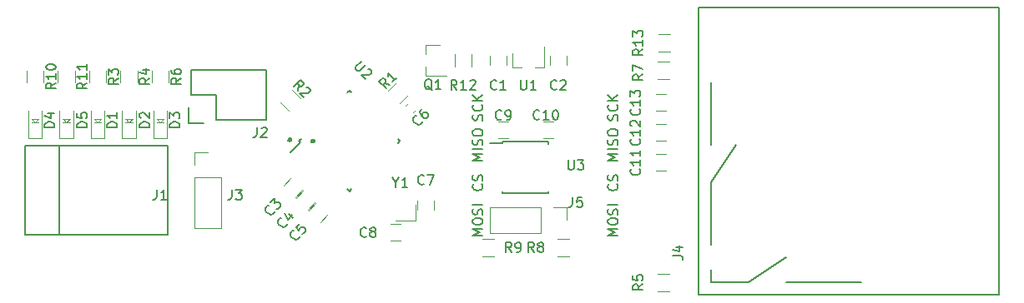
<source format=gbr>
G04 #@! TF.GenerationSoftware,KiCad,Pcbnew,5.0.0-fee4fd1~66~ubuntu14.04.1*
G04 #@! TF.CreationDate,2018-10-03T23:45:46-07:00*
G04 #@! TF.ProjectId,SD_card_dev,53445F636172645F6465762E6B696361,rev?*
G04 #@! TF.SameCoordinates,Original*
G04 #@! TF.FileFunction,Legend,Top*
G04 #@! TF.FilePolarity,Positive*
%FSLAX46Y46*%
G04 Gerber Fmt 4.6, Leading zero omitted, Abs format (unit mm)*
G04 Created by KiCad (PCBNEW 5.0.0-fee4fd1~66~ubuntu14.04.1) date Wed Oct  3 23:45:46 2018*
%MOMM*%
%LPD*%
G01*
G04 APERTURE LIST*
%ADD10C,0.120000*%
%ADD11C,0.150000*%
%ADD12C,0.100000*%
%ADD13C,0.500000*%
G04 APERTURE END LIST*
D10*
G04 #@! TO.C,C8*
X105926000Y-110070000D02*
X106926000Y-110070000D01*
X106926000Y-108370000D02*
X105926000Y-108370000D01*
D11*
G04 #@! TO.C,J1*
X72350000Y-100402000D02*
X72350000Y-109402000D01*
X68850000Y-109402000D02*
X83350000Y-109402000D01*
X83350000Y-100402000D02*
X83350000Y-109402000D01*
X68850000Y-100402000D02*
X83350000Y-100402000D01*
X68850000Y-100402000D02*
X68850000Y-109402000D01*
D10*
G04 #@! TO.C,C1*
X115990000Y-91194000D02*
X115990000Y-92194000D01*
X117690000Y-92194000D02*
X117690000Y-91194000D01*
G04 #@! TO.C,C2*
X122086000Y-91194000D02*
X122086000Y-92194000D01*
X123786000Y-92194000D02*
X123786000Y-91194000D01*
G04 #@! TO.C,C3*
X95764513Y-103693406D02*
X95057406Y-104400513D01*
X96259487Y-105602594D02*
X96966594Y-104895487D01*
G04 #@! TO.C,C4*
X97034513Y-104963406D02*
X96327406Y-105670513D01*
X97529487Y-106872594D02*
X98236594Y-106165487D01*
G04 #@! TO.C,C5*
X98304513Y-106233406D02*
X97597406Y-106940513D01*
X98799487Y-108142594D02*
X99506594Y-107435487D01*
G04 #@! TO.C,C6*
X108195522Y-96995727D02*
X108425727Y-96765522D01*
X107474273Y-96274478D02*
X107704478Y-96044273D01*
G04 #@! TO.C,C7*
X108624000Y-105926000D02*
X108624000Y-106926000D01*
X110324000Y-106926000D02*
X110324000Y-105926000D01*
G04 #@! TO.C,C9*
X116848000Y-99656000D02*
X117848000Y-99656000D01*
X117848000Y-97956000D02*
X116848000Y-97956000D01*
G04 #@! TO.C,C10*
X122420000Y-97956000D02*
X121420000Y-97956000D01*
X121420000Y-99656000D02*
X122420000Y-99656000D01*
G04 #@! TO.C,D1*
X75500000Y-99590000D02*
X75500000Y-96790000D01*
X76900000Y-99590000D02*
X76900000Y-96790000D01*
X75500000Y-99590000D02*
X76900000Y-99590000D01*
D12*
X76200000Y-97990000D02*
X75900000Y-97690000D01*
X75900000Y-97690000D02*
X75850000Y-97640000D01*
X75850000Y-97640000D02*
X76500000Y-97640000D01*
X76550000Y-97640000D02*
X76500000Y-97640000D01*
X76500000Y-97640000D02*
X76550000Y-97640000D01*
X76550000Y-97640000D02*
X76200000Y-97990000D01*
X76200000Y-97990000D02*
X75850000Y-97990000D01*
X76550000Y-97990000D02*
X76200000Y-97990000D01*
D10*
G04 #@! TO.C,D2*
X78675000Y-99590000D02*
X78675000Y-96790000D01*
X80075000Y-99590000D02*
X80075000Y-96790000D01*
X78675000Y-99590000D02*
X80075000Y-99590000D01*
D12*
X79375000Y-97990000D02*
X79075000Y-97690000D01*
X79075000Y-97690000D02*
X79025000Y-97640000D01*
X79025000Y-97640000D02*
X79675000Y-97640000D01*
X79725000Y-97640000D02*
X79675000Y-97640000D01*
X79675000Y-97640000D02*
X79725000Y-97640000D01*
X79725000Y-97640000D02*
X79375000Y-97990000D01*
X79375000Y-97990000D02*
X79025000Y-97990000D01*
X79725000Y-97990000D02*
X79375000Y-97990000D01*
D10*
G04 #@! TO.C,D3*
X81850000Y-99590000D02*
X81850000Y-96790000D01*
X83250000Y-99590000D02*
X83250000Y-96790000D01*
X81850000Y-99590000D02*
X83250000Y-99590000D01*
D12*
X82550000Y-97990000D02*
X82250000Y-97690000D01*
X82250000Y-97690000D02*
X82200000Y-97640000D01*
X82200000Y-97640000D02*
X82850000Y-97640000D01*
X82900000Y-97640000D02*
X82850000Y-97640000D01*
X82850000Y-97640000D02*
X82900000Y-97640000D01*
X82900000Y-97640000D02*
X82550000Y-97990000D01*
X82550000Y-97990000D02*
X82200000Y-97990000D01*
X82900000Y-97990000D02*
X82550000Y-97990000D01*
D10*
G04 #@! TO.C,D4*
X69150000Y-99590000D02*
X69150000Y-96790000D01*
X70550000Y-99590000D02*
X70550000Y-96790000D01*
X69150000Y-99590000D02*
X70550000Y-99590000D01*
D12*
X69850000Y-97990000D02*
X69550000Y-97690000D01*
X69550000Y-97690000D02*
X69500000Y-97640000D01*
X69500000Y-97640000D02*
X70150000Y-97640000D01*
X70200000Y-97640000D02*
X70150000Y-97640000D01*
X70150000Y-97640000D02*
X70200000Y-97640000D01*
X70200000Y-97640000D02*
X69850000Y-97990000D01*
X69850000Y-97990000D02*
X69500000Y-97990000D01*
X70200000Y-97990000D02*
X69850000Y-97990000D01*
D10*
G04 #@! TO.C,D5*
X72325000Y-99590000D02*
X72325000Y-96790000D01*
X73725000Y-99590000D02*
X73725000Y-96790000D01*
X72325000Y-99590000D02*
X73725000Y-99590000D01*
D12*
X73025000Y-97990000D02*
X72725000Y-97690000D01*
X72725000Y-97690000D02*
X72675000Y-97640000D01*
X72675000Y-97640000D02*
X73325000Y-97640000D01*
X73375000Y-97640000D02*
X73325000Y-97640000D01*
X73325000Y-97640000D02*
X73375000Y-97640000D01*
X73375000Y-97640000D02*
X73025000Y-97990000D01*
X73025000Y-97990000D02*
X72675000Y-97990000D01*
X73375000Y-97990000D02*
X73025000Y-97990000D01*
D11*
G04 #@! TO.C,J2*
X88265000Y-92710000D02*
X85725000Y-92710000D01*
X85725000Y-92710000D02*
X85725000Y-95250000D01*
X85445000Y-98070000D02*
X86995000Y-98070000D01*
X93345000Y-92710000D02*
X88265000Y-92710000D01*
X93345000Y-97790000D02*
X93345000Y-92710000D01*
X88265000Y-95250000D02*
X88265000Y-97790000D01*
X85725000Y-95250000D02*
X88265000Y-95250000D01*
X85445000Y-98070000D02*
X85445000Y-96520000D01*
X88265000Y-97790000D02*
X93345000Y-97790000D01*
D10*
G04 #@! TO.C,J3*
X86046000Y-108772000D02*
X88706000Y-108772000D01*
X86046000Y-103632000D02*
X86046000Y-108772000D01*
X88706000Y-103632000D02*
X88706000Y-108772000D01*
X86046000Y-103632000D02*
X88706000Y-103632000D01*
X86046000Y-102362000D02*
X86046000Y-101032000D01*
X86046000Y-101032000D02*
X87376000Y-101032000D01*
D11*
G04 #@! TO.C,J4*
X138430000Y-114300000D02*
X142240000Y-114300000D01*
X137160000Y-86360000D02*
X137160000Y-115570000D01*
X167640000Y-115570000D02*
X167640000Y-111760000D01*
X137160000Y-115570000D02*
X167640000Y-115570000D01*
X167640000Y-86360000D02*
X137160000Y-86360000D01*
X167640000Y-95250000D02*
X167640000Y-86360000D01*
X167640000Y-111760000D02*
X167640000Y-95250000D01*
X153670000Y-114300000D02*
X146050000Y-114300000D01*
X142240000Y-114300000D02*
X146050000Y-111760000D01*
X138430000Y-113030000D02*
X138430000Y-114300000D01*
X138430000Y-93980000D02*
X138430000Y-100330000D01*
X138430000Y-104140000D02*
X140970000Y-100330000D01*
X138430000Y-110490000D02*
X138430000Y-104140000D01*
D10*
G04 #@! TO.C,J5*
X116018000Y-106620000D02*
X116018000Y-109280000D01*
X121158000Y-106620000D02*
X116018000Y-106620000D01*
X121158000Y-109280000D02*
X116018000Y-109280000D01*
X121158000Y-106620000D02*
X121158000Y-109280000D01*
X122428000Y-106620000D02*
X123758000Y-106620000D01*
X123758000Y-106620000D02*
X123758000Y-107950000D01*
G04 #@! TO.C,Q1*
X109476000Y-90114000D02*
X110936000Y-90114000D01*
X109476000Y-93274000D02*
X111636000Y-93274000D01*
X109476000Y-93274000D02*
X109476000Y-92344000D01*
X109476000Y-90114000D02*
X109476000Y-91044000D01*
G04 #@! TO.C,R1*
X107726518Y-95193990D02*
X106877990Y-96042518D01*
X105633482Y-94798010D02*
X106482010Y-93949482D01*
G04 #@! TO.C,R2*
X95955990Y-94711482D02*
X96804518Y-95560010D01*
X95560010Y-96804518D02*
X94711482Y-95955990D01*
G04 #@! TO.C,R3*
X77080000Y-92745000D02*
X77080000Y-93945000D01*
X75320000Y-93945000D02*
X75320000Y-92745000D01*
G04 #@! TO.C,R4*
X80255000Y-92745000D02*
X80255000Y-93945000D01*
X78495000Y-93945000D02*
X78495000Y-92745000D01*
G04 #@! TO.C,R5*
X134204000Y-115180000D02*
X133004000Y-115180000D01*
X133004000Y-113420000D02*
X134204000Y-113420000D01*
G04 #@! TO.C,R6*
X83430000Y-92745000D02*
X83430000Y-93945000D01*
X81670000Y-93945000D02*
X81670000Y-92745000D01*
G04 #@! TO.C,R7*
X134204000Y-93590000D02*
X133004000Y-93590000D01*
X133004000Y-91830000D02*
X134204000Y-91830000D01*
G04 #@! TO.C,R8*
X122844000Y-109864000D02*
X124044000Y-109864000D01*
X124044000Y-111624000D02*
X122844000Y-111624000D01*
G04 #@! TO.C,R9*
X116424000Y-111624000D02*
X115224000Y-111624000D01*
X115224000Y-109864000D02*
X116424000Y-109864000D01*
G04 #@! TO.C,R10*
X70730000Y-92745000D02*
X70730000Y-93945000D01*
X68970000Y-93945000D02*
X68970000Y-92745000D01*
G04 #@! TO.C,R11*
X73905000Y-92745000D02*
X73905000Y-93945000D01*
X72145000Y-93945000D02*
X72145000Y-92745000D01*
G04 #@! TO.C,R12*
X114164000Y-91094000D02*
X114164000Y-92294000D01*
X112404000Y-92294000D02*
X112404000Y-91094000D01*
G04 #@! TO.C,R13*
X134270000Y-90796000D02*
X133070000Y-90796000D01*
X133070000Y-89036000D02*
X134270000Y-89036000D01*
G04 #@! TO.C,U1*
X118308000Y-92454000D02*
X119238000Y-92454000D01*
X121468000Y-92454000D02*
X120538000Y-92454000D01*
X121468000Y-92454000D02*
X121468000Y-90294000D01*
X118308000Y-92454000D02*
X118308000Y-90994000D01*
D11*
G04 #@! TO.C,U2*
X96785158Y-100048089D02*
X95777531Y-101055716D01*
X101752583Y-94762466D02*
X101522773Y-94992276D01*
X106879107Y-99888990D02*
X106649297Y-100118800D01*
X101752583Y-105015514D02*
X101982393Y-104785704D01*
X96626059Y-99888990D02*
X96855869Y-99659180D01*
X101752583Y-105015514D02*
X101522773Y-104785704D01*
X106879107Y-99888990D02*
X106649297Y-99659180D01*
X101752583Y-94762466D02*
X101982393Y-94992276D01*
X96626059Y-99888990D02*
X96785158Y-100048089D01*
D13*
X95714769Y-99763266D02*
G75*
G03X95714769Y-99763266I-50800J0D01*
G01*
X98049637Y-99906951D02*
G75*
G03X98049637Y-99906951I-50801J0D01*
G01*
D11*
G04 #@! TO.C,U3*
X117309000Y-99991000D02*
X117309000Y-100116000D01*
X121959000Y-99991000D02*
X121959000Y-100216000D01*
X121959000Y-105241000D02*
X121959000Y-105016000D01*
X117309000Y-105241000D02*
X117309000Y-105016000D01*
X117309000Y-99991000D02*
X121959000Y-99991000D01*
X117309000Y-105241000D02*
X121959000Y-105241000D01*
X117309000Y-100116000D02*
X115959000Y-100116000D01*
D12*
G04 #@! TO.C,Y1*
X108426000Y-108026000D02*
X108426000Y-106426000D01*
X108426000Y-108026000D02*
X106426000Y-108026000D01*
D10*
G04 #@! TO.C,C11*
X132850000Y-102958000D02*
X133850000Y-102958000D01*
X133850000Y-101258000D02*
X132850000Y-101258000D01*
G04 #@! TO.C,C12*
X133850000Y-98210000D02*
X132850000Y-98210000D01*
X132850000Y-99910000D02*
X133850000Y-99910000D01*
G04 #@! TO.C,C13*
X132850000Y-96862000D02*
X133850000Y-96862000D01*
X133850000Y-95162000D02*
X132850000Y-95162000D01*
G04 #@! TO.C,C8*
D11*
X103465333Y-109577142D02*
X103417714Y-109624761D01*
X103274857Y-109672380D01*
X103179619Y-109672380D01*
X103036761Y-109624761D01*
X102941523Y-109529523D01*
X102893904Y-109434285D01*
X102846285Y-109243809D01*
X102846285Y-109100952D01*
X102893904Y-108910476D01*
X102941523Y-108815238D01*
X103036761Y-108720000D01*
X103179619Y-108672380D01*
X103274857Y-108672380D01*
X103417714Y-108720000D01*
X103465333Y-108767619D01*
X104036761Y-109100952D02*
X103941523Y-109053333D01*
X103893904Y-109005714D01*
X103846285Y-108910476D01*
X103846285Y-108862857D01*
X103893904Y-108767619D01*
X103941523Y-108720000D01*
X104036761Y-108672380D01*
X104227238Y-108672380D01*
X104322476Y-108720000D01*
X104370095Y-108767619D01*
X104417714Y-108862857D01*
X104417714Y-108910476D01*
X104370095Y-109005714D01*
X104322476Y-109053333D01*
X104227238Y-109100952D01*
X104036761Y-109100952D01*
X103941523Y-109148571D01*
X103893904Y-109196190D01*
X103846285Y-109291428D01*
X103846285Y-109481904D01*
X103893904Y-109577142D01*
X103941523Y-109624761D01*
X104036761Y-109672380D01*
X104227238Y-109672380D01*
X104322476Y-109624761D01*
X104370095Y-109577142D01*
X104417714Y-109481904D01*
X104417714Y-109291428D01*
X104370095Y-109196190D01*
X104322476Y-109148571D01*
X104227238Y-109100952D01*
G04 #@! TO.C,J1*
X82216666Y-104854380D02*
X82216666Y-105568666D01*
X82169047Y-105711523D01*
X82073809Y-105806761D01*
X81930952Y-105854380D01*
X81835714Y-105854380D01*
X83216666Y-105854380D02*
X82645238Y-105854380D01*
X82930952Y-105854380D02*
X82930952Y-104854380D01*
X82835714Y-104997238D01*
X82740476Y-105092476D01*
X82645238Y-105140095D01*
G04 #@! TO.C,C1*
X116673333Y-94591142D02*
X116625714Y-94638761D01*
X116482857Y-94686380D01*
X116387619Y-94686380D01*
X116244761Y-94638761D01*
X116149523Y-94543523D01*
X116101904Y-94448285D01*
X116054285Y-94257809D01*
X116054285Y-94114952D01*
X116101904Y-93924476D01*
X116149523Y-93829238D01*
X116244761Y-93734000D01*
X116387619Y-93686380D01*
X116482857Y-93686380D01*
X116625714Y-93734000D01*
X116673333Y-93781619D01*
X117625714Y-94686380D02*
X117054285Y-94686380D01*
X117340000Y-94686380D02*
X117340000Y-93686380D01*
X117244761Y-93829238D01*
X117149523Y-93924476D01*
X117054285Y-93972095D01*
G04 #@! TO.C,C2*
X122769333Y-94591142D02*
X122721714Y-94638761D01*
X122578857Y-94686380D01*
X122483619Y-94686380D01*
X122340761Y-94638761D01*
X122245523Y-94543523D01*
X122197904Y-94448285D01*
X122150285Y-94257809D01*
X122150285Y-94114952D01*
X122197904Y-93924476D01*
X122245523Y-93829238D01*
X122340761Y-93734000D01*
X122483619Y-93686380D01*
X122578857Y-93686380D01*
X122721714Y-93734000D01*
X122769333Y-93781619D01*
X123150285Y-93781619D02*
X123197904Y-93734000D01*
X123293142Y-93686380D01*
X123531238Y-93686380D01*
X123626476Y-93734000D01*
X123674095Y-93781619D01*
X123721714Y-93876857D01*
X123721714Y-93972095D01*
X123674095Y-94114952D01*
X123102666Y-94686380D01*
X123721714Y-94686380D01*
G04 #@! TO.C,C3*
X94114687Y-107050389D02*
X94114687Y-107117732D01*
X94047343Y-107252419D01*
X93980000Y-107319763D01*
X93845312Y-107387106D01*
X93710625Y-107387106D01*
X93609610Y-107353435D01*
X93441251Y-107252419D01*
X93340236Y-107151404D01*
X93239221Y-106983045D01*
X93205549Y-106882030D01*
X93205549Y-106747343D01*
X93272893Y-106612656D01*
X93340236Y-106545312D01*
X93474923Y-106477969D01*
X93542267Y-106477969D01*
X93710625Y-106174923D02*
X94148358Y-105737190D01*
X94182030Y-106242267D01*
X94283045Y-106141251D01*
X94384061Y-106107580D01*
X94451404Y-106107580D01*
X94552419Y-106141251D01*
X94720778Y-106309610D01*
X94754450Y-106410625D01*
X94754450Y-106477969D01*
X94720778Y-106578984D01*
X94518748Y-106781015D01*
X94417732Y-106814687D01*
X94350389Y-106814687D01*
G04 #@! TO.C,C4*
X95384687Y-108320389D02*
X95384687Y-108387732D01*
X95317343Y-108522419D01*
X95250000Y-108589763D01*
X95115312Y-108657106D01*
X94980625Y-108657106D01*
X94879610Y-108623435D01*
X94711251Y-108522419D01*
X94610236Y-108421404D01*
X94509221Y-108253045D01*
X94475549Y-108152030D01*
X94475549Y-108017343D01*
X94542893Y-107882656D01*
X94610236Y-107815312D01*
X94744923Y-107747969D01*
X94812267Y-107747969D01*
X95586717Y-107310236D02*
X96058122Y-107781641D01*
X95148984Y-107209221D02*
X95485702Y-107882656D01*
X95923435Y-107444923D01*
G04 #@! TO.C,C5*
X96654687Y-109590389D02*
X96654687Y-109657732D01*
X96587343Y-109792419D01*
X96520000Y-109859763D01*
X96385312Y-109927106D01*
X96250625Y-109927106D01*
X96149610Y-109893435D01*
X95981251Y-109792419D01*
X95880236Y-109691404D01*
X95779221Y-109523045D01*
X95745549Y-109422030D01*
X95745549Y-109287343D01*
X95812893Y-109152656D01*
X95880236Y-109085312D01*
X96014923Y-109017969D01*
X96082267Y-109017969D01*
X96654687Y-108310862D02*
X96317969Y-108647580D01*
X96621015Y-109017969D01*
X96621015Y-108950625D01*
X96654687Y-108849610D01*
X96823045Y-108681251D01*
X96924061Y-108647580D01*
X96991404Y-108647580D01*
X97092419Y-108681251D01*
X97260778Y-108849610D01*
X97294450Y-108950625D01*
X97294450Y-109017969D01*
X97260778Y-109118984D01*
X97092419Y-109287343D01*
X96991404Y-109321015D01*
X96924061Y-109321015D01*
G04 #@! TO.C,C6*
X109100687Y-97906389D02*
X109100687Y-97973732D01*
X109033343Y-98108419D01*
X108966000Y-98175763D01*
X108831312Y-98243106D01*
X108696625Y-98243106D01*
X108595610Y-98209435D01*
X108427251Y-98108419D01*
X108326236Y-98007404D01*
X108225221Y-97839045D01*
X108191549Y-97738030D01*
X108191549Y-97603343D01*
X108258893Y-97468656D01*
X108326236Y-97401312D01*
X108460923Y-97333969D01*
X108528267Y-97333969D01*
X109067015Y-96660534D02*
X108932328Y-96795221D01*
X108898656Y-96896236D01*
X108898656Y-96963580D01*
X108932328Y-97131938D01*
X109033343Y-97300297D01*
X109302717Y-97569671D01*
X109403732Y-97603343D01*
X109471076Y-97603343D01*
X109572091Y-97569671D01*
X109706778Y-97434984D01*
X109740450Y-97333969D01*
X109740450Y-97266625D01*
X109706778Y-97165610D01*
X109538419Y-96997251D01*
X109437404Y-96963580D01*
X109370061Y-96963580D01*
X109269045Y-96997251D01*
X109134358Y-97131938D01*
X109100687Y-97232954D01*
X109100687Y-97300297D01*
X109134358Y-97401312D01*
G04 #@! TO.C,C7*
X109307333Y-104243142D02*
X109259714Y-104290761D01*
X109116857Y-104338380D01*
X109021619Y-104338380D01*
X108878761Y-104290761D01*
X108783523Y-104195523D01*
X108735904Y-104100285D01*
X108688285Y-103909809D01*
X108688285Y-103766952D01*
X108735904Y-103576476D01*
X108783523Y-103481238D01*
X108878761Y-103386000D01*
X109021619Y-103338380D01*
X109116857Y-103338380D01*
X109259714Y-103386000D01*
X109307333Y-103433619D01*
X109640666Y-103338380D02*
X110307333Y-103338380D01*
X109878761Y-104338380D01*
G04 #@! TO.C,C9*
X117181333Y-97663142D02*
X117133714Y-97710761D01*
X116990857Y-97758380D01*
X116895619Y-97758380D01*
X116752761Y-97710761D01*
X116657523Y-97615523D01*
X116609904Y-97520285D01*
X116562285Y-97329809D01*
X116562285Y-97186952D01*
X116609904Y-96996476D01*
X116657523Y-96901238D01*
X116752761Y-96806000D01*
X116895619Y-96758380D01*
X116990857Y-96758380D01*
X117133714Y-96806000D01*
X117181333Y-96853619D01*
X117657523Y-97758380D02*
X117848000Y-97758380D01*
X117943238Y-97710761D01*
X117990857Y-97663142D01*
X118086095Y-97520285D01*
X118133714Y-97329809D01*
X118133714Y-96948857D01*
X118086095Y-96853619D01*
X118038476Y-96806000D01*
X117943238Y-96758380D01*
X117752761Y-96758380D01*
X117657523Y-96806000D01*
X117609904Y-96853619D01*
X117562285Y-96948857D01*
X117562285Y-97186952D01*
X117609904Y-97282190D01*
X117657523Y-97329809D01*
X117752761Y-97377428D01*
X117943238Y-97377428D01*
X118038476Y-97329809D01*
X118086095Y-97282190D01*
X118133714Y-97186952D01*
G04 #@! TO.C,C10*
X121023142Y-97639142D02*
X120975523Y-97686761D01*
X120832666Y-97734380D01*
X120737428Y-97734380D01*
X120594571Y-97686761D01*
X120499333Y-97591523D01*
X120451714Y-97496285D01*
X120404095Y-97305809D01*
X120404095Y-97162952D01*
X120451714Y-96972476D01*
X120499333Y-96877238D01*
X120594571Y-96782000D01*
X120737428Y-96734380D01*
X120832666Y-96734380D01*
X120975523Y-96782000D01*
X121023142Y-96829619D01*
X121975523Y-97734380D02*
X121404095Y-97734380D01*
X121689809Y-97734380D02*
X121689809Y-96734380D01*
X121594571Y-96877238D01*
X121499333Y-96972476D01*
X121404095Y-97020095D01*
X122594571Y-96734380D02*
X122689809Y-96734380D01*
X122785047Y-96782000D01*
X122832666Y-96829619D01*
X122880285Y-96924857D01*
X122927904Y-97115333D01*
X122927904Y-97353428D01*
X122880285Y-97543904D01*
X122832666Y-97639142D01*
X122785047Y-97686761D01*
X122689809Y-97734380D01*
X122594571Y-97734380D01*
X122499333Y-97686761D01*
X122451714Y-97639142D01*
X122404095Y-97543904D01*
X122356476Y-97353428D01*
X122356476Y-97115333D01*
X122404095Y-96924857D01*
X122451714Y-96829619D01*
X122499333Y-96782000D01*
X122594571Y-96734380D01*
G04 #@! TO.C,D1*
X78176380Y-98528095D02*
X77176380Y-98528095D01*
X77176380Y-98290000D01*
X77224000Y-98147142D01*
X77319238Y-98051904D01*
X77414476Y-98004285D01*
X77604952Y-97956666D01*
X77747809Y-97956666D01*
X77938285Y-98004285D01*
X78033523Y-98051904D01*
X78128761Y-98147142D01*
X78176380Y-98290000D01*
X78176380Y-98528095D01*
X78176380Y-97004285D02*
X78176380Y-97575714D01*
X78176380Y-97290000D02*
X77176380Y-97290000D01*
X77319238Y-97385238D01*
X77414476Y-97480476D01*
X77462095Y-97575714D01*
G04 #@! TO.C,D2*
X81478380Y-98528095D02*
X80478380Y-98528095D01*
X80478380Y-98290000D01*
X80526000Y-98147142D01*
X80621238Y-98051904D01*
X80716476Y-98004285D01*
X80906952Y-97956666D01*
X81049809Y-97956666D01*
X81240285Y-98004285D01*
X81335523Y-98051904D01*
X81430761Y-98147142D01*
X81478380Y-98290000D01*
X81478380Y-98528095D01*
X80573619Y-97575714D02*
X80526000Y-97528095D01*
X80478380Y-97432857D01*
X80478380Y-97194761D01*
X80526000Y-97099523D01*
X80573619Y-97051904D01*
X80668857Y-97004285D01*
X80764095Y-97004285D01*
X80906952Y-97051904D01*
X81478380Y-97623333D01*
X81478380Y-97004285D01*
G04 #@! TO.C,D3*
X84526380Y-98528095D02*
X83526380Y-98528095D01*
X83526380Y-98290000D01*
X83574000Y-98147142D01*
X83669238Y-98051904D01*
X83764476Y-98004285D01*
X83954952Y-97956666D01*
X84097809Y-97956666D01*
X84288285Y-98004285D01*
X84383523Y-98051904D01*
X84478761Y-98147142D01*
X84526380Y-98290000D01*
X84526380Y-98528095D01*
X83526380Y-97623333D02*
X83526380Y-97004285D01*
X83907333Y-97337619D01*
X83907333Y-97194761D01*
X83954952Y-97099523D01*
X84002571Y-97051904D01*
X84097809Y-97004285D01*
X84335904Y-97004285D01*
X84431142Y-97051904D01*
X84478761Y-97099523D01*
X84526380Y-97194761D01*
X84526380Y-97480476D01*
X84478761Y-97575714D01*
X84431142Y-97623333D01*
G04 #@! TO.C,D4*
X71826380Y-98528095D02*
X70826380Y-98528095D01*
X70826380Y-98290000D01*
X70874000Y-98147142D01*
X70969238Y-98051904D01*
X71064476Y-98004285D01*
X71254952Y-97956666D01*
X71397809Y-97956666D01*
X71588285Y-98004285D01*
X71683523Y-98051904D01*
X71778761Y-98147142D01*
X71826380Y-98290000D01*
X71826380Y-98528095D01*
X71159714Y-97099523D02*
X71826380Y-97099523D01*
X70778761Y-97337619D02*
X71493047Y-97575714D01*
X71493047Y-96956666D01*
G04 #@! TO.C,D5*
X75128380Y-98528095D02*
X74128380Y-98528095D01*
X74128380Y-98290000D01*
X74176000Y-98147142D01*
X74271238Y-98051904D01*
X74366476Y-98004285D01*
X74556952Y-97956666D01*
X74699809Y-97956666D01*
X74890285Y-98004285D01*
X74985523Y-98051904D01*
X75080761Y-98147142D01*
X75128380Y-98290000D01*
X75128380Y-98528095D01*
X74128380Y-97051904D02*
X74128380Y-97528095D01*
X74604571Y-97575714D01*
X74556952Y-97528095D01*
X74509333Y-97432857D01*
X74509333Y-97194761D01*
X74556952Y-97099523D01*
X74604571Y-97051904D01*
X74699809Y-97004285D01*
X74937904Y-97004285D01*
X75033142Y-97051904D01*
X75080761Y-97099523D01*
X75128380Y-97194761D01*
X75128380Y-97432857D01*
X75080761Y-97528095D01*
X75033142Y-97575714D01*
G04 #@! TO.C,J2*
X92376666Y-98512380D02*
X92376666Y-99226666D01*
X92329047Y-99369523D01*
X92233809Y-99464761D01*
X92090952Y-99512380D01*
X91995714Y-99512380D01*
X92805238Y-98607619D02*
X92852857Y-98560000D01*
X92948095Y-98512380D01*
X93186190Y-98512380D01*
X93281428Y-98560000D01*
X93329047Y-98607619D01*
X93376666Y-98702857D01*
X93376666Y-98798095D01*
X93329047Y-98940952D01*
X92757619Y-99512380D01*
X93376666Y-99512380D01*
G04 #@! TO.C,J3*
X89836666Y-104862380D02*
X89836666Y-105576666D01*
X89789047Y-105719523D01*
X89693809Y-105814761D01*
X89550952Y-105862380D01*
X89455714Y-105862380D01*
X90217619Y-104862380D02*
X90836666Y-104862380D01*
X90503333Y-105243333D01*
X90646190Y-105243333D01*
X90741428Y-105290952D01*
X90789047Y-105338571D01*
X90836666Y-105433809D01*
X90836666Y-105671904D01*
X90789047Y-105767142D01*
X90741428Y-105814761D01*
X90646190Y-105862380D01*
X90360476Y-105862380D01*
X90265238Y-105814761D01*
X90217619Y-105767142D01*
G04 #@! TO.C,J4*
X134580380Y-111585333D02*
X135294666Y-111585333D01*
X135437523Y-111632952D01*
X135532761Y-111728190D01*
X135580380Y-111871047D01*
X135580380Y-111966285D01*
X134913714Y-110680571D02*
X135580380Y-110680571D01*
X134532761Y-110918666D02*
X135247047Y-111156761D01*
X135247047Y-110537714D01*
G04 #@! TO.C,J5*
X124380666Y-105624380D02*
X124380666Y-106338666D01*
X124333047Y-106481523D01*
X124237809Y-106576761D01*
X124094952Y-106624380D01*
X123999714Y-106624380D01*
X125333047Y-105624380D02*
X124856857Y-105624380D01*
X124809238Y-106100571D01*
X124856857Y-106052952D01*
X124952095Y-106005333D01*
X125190190Y-106005333D01*
X125285428Y-106052952D01*
X125333047Y-106100571D01*
X125380666Y-106195809D01*
X125380666Y-106433904D01*
X125333047Y-106529142D01*
X125285428Y-106576761D01*
X125190190Y-106624380D01*
X124952095Y-106624380D01*
X124856857Y-106576761D01*
X124809238Y-106529142D01*
G04 #@! TO.C,Q1*
X110140761Y-94741619D02*
X110045523Y-94694000D01*
X109950285Y-94598761D01*
X109807428Y-94455904D01*
X109712190Y-94408285D01*
X109616952Y-94408285D01*
X109664571Y-94646380D02*
X109569333Y-94598761D01*
X109474095Y-94503523D01*
X109426476Y-94313047D01*
X109426476Y-93979714D01*
X109474095Y-93789238D01*
X109569333Y-93694000D01*
X109664571Y-93646380D01*
X109855047Y-93646380D01*
X109950285Y-93694000D01*
X110045523Y-93789238D01*
X110093142Y-93979714D01*
X110093142Y-94313047D01*
X110045523Y-94503523D01*
X109950285Y-94598761D01*
X109855047Y-94646380D01*
X109664571Y-94646380D01*
X111045523Y-94646380D02*
X110474095Y-94646380D01*
X110759809Y-94646380D02*
X110759809Y-93646380D01*
X110664571Y-93789238D01*
X110569333Y-93884476D01*
X110474095Y-93932095D01*
G04 #@! TO.C,R1*
X105866030Y-94163732D02*
X105293610Y-94062717D01*
X105461969Y-94567793D02*
X104754862Y-93860687D01*
X105024236Y-93591312D01*
X105125251Y-93557641D01*
X105192595Y-93557641D01*
X105293610Y-93591312D01*
X105394625Y-93692328D01*
X105428297Y-93793343D01*
X105428297Y-93860687D01*
X105394625Y-93961702D01*
X105125251Y-94231076D01*
X106539465Y-93490297D02*
X106135404Y-93894358D01*
X106337435Y-93692328D02*
X105630328Y-92985221D01*
X105664000Y-93153580D01*
X105664000Y-93288267D01*
X105630328Y-93389282D01*
G04 #@! TO.C,R2*
X96486993Y-94793304D02*
X96588008Y-94220884D01*
X96082932Y-94389243D02*
X96790038Y-93682136D01*
X97059413Y-93951510D01*
X97093084Y-94052525D01*
X97093084Y-94119869D01*
X97059413Y-94220884D01*
X96958397Y-94321899D01*
X96857382Y-94355571D01*
X96790038Y-94355571D01*
X96689023Y-94321899D01*
X96419649Y-94052525D01*
X97396130Y-94422915D02*
X97463474Y-94422915D01*
X97564489Y-94456586D01*
X97732848Y-94624945D01*
X97766519Y-94725961D01*
X97766519Y-94793304D01*
X97732848Y-94894319D01*
X97665504Y-94961663D01*
X97530817Y-95029006D01*
X96722695Y-95029006D01*
X97160428Y-95466739D01*
G04 #@! TO.C,R3*
X78302380Y-93511666D02*
X77826190Y-93845000D01*
X78302380Y-94083095D02*
X77302380Y-94083095D01*
X77302380Y-93702142D01*
X77350000Y-93606904D01*
X77397619Y-93559285D01*
X77492857Y-93511666D01*
X77635714Y-93511666D01*
X77730952Y-93559285D01*
X77778571Y-93606904D01*
X77826190Y-93702142D01*
X77826190Y-94083095D01*
X77302380Y-93178333D02*
X77302380Y-92559285D01*
X77683333Y-92892619D01*
X77683333Y-92749761D01*
X77730952Y-92654523D01*
X77778571Y-92606904D01*
X77873809Y-92559285D01*
X78111904Y-92559285D01*
X78207142Y-92606904D01*
X78254761Y-92654523D01*
X78302380Y-92749761D01*
X78302380Y-93035476D01*
X78254761Y-93130714D01*
X78207142Y-93178333D01*
G04 #@! TO.C,R4*
X81477380Y-93511666D02*
X81001190Y-93845000D01*
X81477380Y-94083095D02*
X80477380Y-94083095D01*
X80477380Y-93702142D01*
X80525000Y-93606904D01*
X80572619Y-93559285D01*
X80667857Y-93511666D01*
X80810714Y-93511666D01*
X80905952Y-93559285D01*
X80953571Y-93606904D01*
X81001190Y-93702142D01*
X81001190Y-94083095D01*
X80810714Y-92654523D02*
X81477380Y-92654523D01*
X80429761Y-92892619D02*
X81144047Y-93130714D01*
X81144047Y-92511666D01*
G04 #@! TO.C,R5*
X131516380Y-114466666D02*
X131040190Y-114800000D01*
X131516380Y-115038095D02*
X130516380Y-115038095D01*
X130516380Y-114657142D01*
X130564000Y-114561904D01*
X130611619Y-114514285D01*
X130706857Y-114466666D01*
X130849714Y-114466666D01*
X130944952Y-114514285D01*
X130992571Y-114561904D01*
X131040190Y-114657142D01*
X131040190Y-115038095D01*
X130516380Y-113561904D02*
X130516380Y-114038095D01*
X130992571Y-114085714D01*
X130944952Y-114038095D01*
X130897333Y-113942857D01*
X130897333Y-113704761D01*
X130944952Y-113609523D01*
X130992571Y-113561904D01*
X131087809Y-113514285D01*
X131325904Y-113514285D01*
X131421142Y-113561904D01*
X131468761Y-113609523D01*
X131516380Y-113704761D01*
X131516380Y-113942857D01*
X131468761Y-114038095D01*
X131421142Y-114085714D01*
G04 #@! TO.C,R6*
X84652380Y-93511666D02*
X84176190Y-93845000D01*
X84652380Y-94083095D02*
X83652380Y-94083095D01*
X83652380Y-93702142D01*
X83700000Y-93606904D01*
X83747619Y-93559285D01*
X83842857Y-93511666D01*
X83985714Y-93511666D01*
X84080952Y-93559285D01*
X84128571Y-93606904D01*
X84176190Y-93702142D01*
X84176190Y-94083095D01*
X83652380Y-92654523D02*
X83652380Y-92845000D01*
X83700000Y-92940238D01*
X83747619Y-92987857D01*
X83890476Y-93083095D01*
X84080952Y-93130714D01*
X84461904Y-93130714D01*
X84557142Y-93083095D01*
X84604761Y-93035476D01*
X84652380Y-92940238D01*
X84652380Y-92749761D01*
X84604761Y-92654523D01*
X84557142Y-92606904D01*
X84461904Y-92559285D01*
X84223809Y-92559285D01*
X84128571Y-92606904D01*
X84080952Y-92654523D01*
X84033333Y-92749761D01*
X84033333Y-92940238D01*
X84080952Y-93035476D01*
X84128571Y-93083095D01*
X84223809Y-93130714D01*
G04 #@! TO.C,R7*
X131516380Y-93130666D02*
X131040190Y-93464000D01*
X131516380Y-93702095D02*
X130516380Y-93702095D01*
X130516380Y-93321142D01*
X130564000Y-93225904D01*
X130611619Y-93178285D01*
X130706857Y-93130666D01*
X130849714Y-93130666D01*
X130944952Y-93178285D01*
X130992571Y-93225904D01*
X131040190Y-93321142D01*
X131040190Y-93702095D01*
X130516380Y-92797333D02*
X130516380Y-92130666D01*
X131516380Y-92559238D01*
G04 #@! TO.C,R8*
X120483333Y-111196380D02*
X120150000Y-110720190D01*
X119911904Y-111196380D02*
X119911904Y-110196380D01*
X120292857Y-110196380D01*
X120388095Y-110244000D01*
X120435714Y-110291619D01*
X120483333Y-110386857D01*
X120483333Y-110529714D01*
X120435714Y-110624952D01*
X120388095Y-110672571D01*
X120292857Y-110720190D01*
X119911904Y-110720190D01*
X121054761Y-110624952D02*
X120959523Y-110577333D01*
X120911904Y-110529714D01*
X120864285Y-110434476D01*
X120864285Y-110386857D01*
X120911904Y-110291619D01*
X120959523Y-110244000D01*
X121054761Y-110196380D01*
X121245238Y-110196380D01*
X121340476Y-110244000D01*
X121388095Y-110291619D01*
X121435714Y-110386857D01*
X121435714Y-110434476D01*
X121388095Y-110529714D01*
X121340476Y-110577333D01*
X121245238Y-110624952D01*
X121054761Y-110624952D01*
X120959523Y-110672571D01*
X120911904Y-110720190D01*
X120864285Y-110815428D01*
X120864285Y-111005904D01*
X120911904Y-111101142D01*
X120959523Y-111148761D01*
X121054761Y-111196380D01*
X121245238Y-111196380D01*
X121340476Y-111148761D01*
X121388095Y-111101142D01*
X121435714Y-111005904D01*
X121435714Y-110815428D01*
X121388095Y-110720190D01*
X121340476Y-110672571D01*
X121245238Y-110624952D01*
G04 #@! TO.C,R9*
X118197333Y-111196380D02*
X117864000Y-110720190D01*
X117625904Y-111196380D02*
X117625904Y-110196380D01*
X118006857Y-110196380D01*
X118102095Y-110244000D01*
X118149714Y-110291619D01*
X118197333Y-110386857D01*
X118197333Y-110529714D01*
X118149714Y-110624952D01*
X118102095Y-110672571D01*
X118006857Y-110720190D01*
X117625904Y-110720190D01*
X118673523Y-111196380D02*
X118864000Y-111196380D01*
X118959238Y-111148761D01*
X119006857Y-111101142D01*
X119102095Y-110958285D01*
X119149714Y-110767809D01*
X119149714Y-110386857D01*
X119102095Y-110291619D01*
X119054476Y-110244000D01*
X118959238Y-110196380D01*
X118768761Y-110196380D01*
X118673523Y-110244000D01*
X118625904Y-110291619D01*
X118578285Y-110386857D01*
X118578285Y-110624952D01*
X118625904Y-110720190D01*
X118673523Y-110767809D01*
X118768761Y-110815428D01*
X118959238Y-110815428D01*
X119054476Y-110767809D01*
X119102095Y-110720190D01*
X119149714Y-110624952D01*
G04 #@! TO.C,R10*
X71952380Y-93987857D02*
X71476190Y-94321190D01*
X71952380Y-94559285D02*
X70952380Y-94559285D01*
X70952380Y-94178333D01*
X71000000Y-94083095D01*
X71047619Y-94035476D01*
X71142857Y-93987857D01*
X71285714Y-93987857D01*
X71380952Y-94035476D01*
X71428571Y-94083095D01*
X71476190Y-94178333D01*
X71476190Y-94559285D01*
X71952380Y-93035476D02*
X71952380Y-93606904D01*
X71952380Y-93321190D02*
X70952380Y-93321190D01*
X71095238Y-93416428D01*
X71190476Y-93511666D01*
X71238095Y-93606904D01*
X70952380Y-92416428D02*
X70952380Y-92321190D01*
X71000000Y-92225952D01*
X71047619Y-92178333D01*
X71142857Y-92130714D01*
X71333333Y-92083095D01*
X71571428Y-92083095D01*
X71761904Y-92130714D01*
X71857142Y-92178333D01*
X71904761Y-92225952D01*
X71952380Y-92321190D01*
X71952380Y-92416428D01*
X71904761Y-92511666D01*
X71857142Y-92559285D01*
X71761904Y-92606904D01*
X71571428Y-92654523D01*
X71333333Y-92654523D01*
X71142857Y-92606904D01*
X71047619Y-92559285D01*
X71000000Y-92511666D01*
X70952380Y-92416428D01*
G04 #@! TO.C,R11*
X75127380Y-93987857D02*
X74651190Y-94321190D01*
X75127380Y-94559285D02*
X74127380Y-94559285D01*
X74127380Y-94178333D01*
X74175000Y-94083095D01*
X74222619Y-94035476D01*
X74317857Y-93987857D01*
X74460714Y-93987857D01*
X74555952Y-94035476D01*
X74603571Y-94083095D01*
X74651190Y-94178333D01*
X74651190Y-94559285D01*
X75127380Y-93035476D02*
X75127380Y-93606904D01*
X75127380Y-93321190D02*
X74127380Y-93321190D01*
X74270238Y-93416428D01*
X74365476Y-93511666D01*
X74413095Y-93606904D01*
X75127380Y-92083095D02*
X75127380Y-92654523D01*
X75127380Y-92368809D02*
X74127380Y-92368809D01*
X74270238Y-92464047D01*
X74365476Y-92559285D01*
X74413095Y-92654523D01*
G04 #@! TO.C,R12*
X112641142Y-94686380D02*
X112307809Y-94210190D01*
X112069714Y-94686380D02*
X112069714Y-93686380D01*
X112450666Y-93686380D01*
X112545904Y-93734000D01*
X112593523Y-93781619D01*
X112641142Y-93876857D01*
X112641142Y-94019714D01*
X112593523Y-94114952D01*
X112545904Y-94162571D01*
X112450666Y-94210190D01*
X112069714Y-94210190D01*
X113593523Y-94686380D02*
X113022095Y-94686380D01*
X113307809Y-94686380D02*
X113307809Y-93686380D01*
X113212571Y-93829238D01*
X113117333Y-93924476D01*
X113022095Y-93972095D01*
X113974476Y-93781619D02*
X114022095Y-93734000D01*
X114117333Y-93686380D01*
X114355428Y-93686380D01*
X114450666Y-93734000D01*
X114498285Y-93781619D01*
X114545904Y-93876857D01*
X114545904Y-93972095D01*
X114498285Y-94114952D01*
X113926857Y-94686380D01*
X114545904Y-94686380D01*
G04 #@! TO.C,R13*
X131516380Y-90558857D02*
X131040190Y-90892190D01*
X131516380Y-91130285D02*
X130516380Y-91130285D01*
X130516380Y-90749333D01*
X130564000Y-90654095D01*
X130611619Y-90606476D01*
X130706857Y-90558857D01*
X130849714Y-90558857D01*
X130944952Y-90606476D01*
X130992571Y-90654095D01*
X131040190Y-90749333D01*
X131040190Y-91130285D01*
X131516380Y-89606476D02*
X131516380Y-90177904D01*
X131516380Y-89892190D02*
X130516380Y-89892190D01*
X130659238Y-89987428D01*
X130754476Y-90082666D01*
X130802095Y-90177904D01*
X130516380Y-89273142D02*
X130516380Y-88654095D01*
X130897333Y-88987428D01*
X130897333Y-88844571D01*
X130944952Y-88749333D01*
X130992571Y-88701714D01*
X131087809Y-88654095D01*
X131325904Y-88654095D01*
X131421142Y-88701714D01*
X131468761Y-88749333D01*
X131516380Y-88844571D01*
X131516380Y-89130285D01*
X131468761Y-89225523D01*
X131421142Y-89273142D01*
G04 #@! TO.C,MISO*
X115260380Y-101901428D02*
X114260380Y-101901428D01*
X114974666Y-101568095D01*
X114260380Y-101234761D01*
X115260380Y-101234761D01*
X115260380Y-100758571D02*
X114260380Y-100758571D01*
X115212761Y-100330000D02*
X115260380Y-100187142D01*
X115260380Y-99949047D01*
X115212761Y-99853809D01*
X115165142Y-99806190D01*
X115069904Y-99758571D01*
X114974666Y-99758571D01*
X114879428Y-99806190D01*
X114831809Y-99853809D01*
X114784190Y-99949047D01*
X114736571Y-100139523D01*
X114688952Y-100234761D01*
X114641333Y-100282380D01*
X114546095Y-100330000D01*
X114450857Y-100330000D01*
X114355619Y-100282380D01*
X114308000Y-100234761D01*
X114260380Y-100139523D01*
X114260380Y-99901428D01*
X114308000Y-99758571D01*
X114260380Y-99139523D02*
X114260380Y-98949047D01*
X114308000Y-98853809D01*
X114403238Y-98758571D01*
X114593714Y-98710952D01*
X114927047Y-98710952D01*
X115117523Y-98758571D01*
X115212761Y-98853809D01*
X115260380Y-98949047D01*
X115260380Y-99139523D01*
X115212761Y-99234761D01*
X115117523Y-99330000D01*
X114927047Y-99377619D01*
X114593714Y-99377619D01*
X114403238Y-99330000D01*
X114308000Y-99234761D01*
X114260380Y-99139523D01*
G04 #@! TO.C,CS*
X115165142Y-104306666D02*
X115212761Y-104354285D01*
X115260380Y-104497142D01*
X115260380Y-104592380D01*
X115212761Y-104735238D01*
X115117523Y-104830476D01*
X115022285Y-104878095D01*
X114831809Y-104925714D01*
X114688952Y-104925714D01*
X114498476Y-104878095D01*
X114403238Y-104830476D01*
X114308000Y-104735238D01*
X114260380Y-104592380D01*
X114260380Y-104497142D01*
X114308000Y-104354285D01*
X114355619Y-104306666D01*
X115212761Y-103925714D02*
X115260380Y-103782857D01*
X115260380Y-103544761D01*
X115212761Y-103449523D01*
X115165142Y-103401904D01*
X115069904Y-103354285D01*
X114974666Y-103354285D01*
X114879428Y-103401904D01*
X114831809Y-103449523D01*
X114784190Y-103544761D01*
X114736571Y-103735238D01*
X114688952Y-103830476D01*
X114641333Y-103878095D01*
X114546095Y-103925714D01*
X114450857Y-103925714D01*
X114355619Y-103878095D01*
X114308000Y-103830476D01*
X114260380Y-103735238D01*
X114260380Y-103497142D01*
X114308000Y-103354285D01*
G04 #@! TO.C,MOSI*
X115260380Y-109521428D02*
X114260380Y-109521428D01*
X114974666Y-109188095D01*
X114260380Y-108854761D01*
X115260380Y-108854761D01*
X114260380Y-108188095D02*
X114260380Y-107997619D01*
X114308000Y-107902380D01*
X114403238Y-107807142D01*
X114593714Y-107759523D01*
X114927047Y-107759523D01*
X115117523Y-107807142D01*
X115212761Y-107902380D01*
X115260380Y-107997619D01*
X115260380Y-108188095D01*
X115212761Y-108283333D01*
X115117523Y-108378571D01*
X114927047Y-108426190D01*
X114593714Y-108426190D01*
X114403238Y-108378571D01*
X114308000Y-108283333D01*
X114260380Y-108188095D01*
X115212761Y-107378571D02*
X115260380Y-107235714D01*
X115260380Y-106997619D01*
X115212761Y-106902380D01*
X115165142Y-106854761D01*
X115069904Y-106807142D01*
X114974666Y-106807142D01*
X114879428Y-106854761D01*
X114831809Y-106902380D01*
X114784190Y-106997619D01*
X114736571Y-107188095D01*
X114688952Y-107283333D01*
X114641333Y-107330952D01*
X114546095Y-107378571D01*
X114450857Y-107378571D01*
X114355619Y-107330952D01*
X114308000Y-107283333D01*
X114260380Y-107188095D01*
X114260380Y-106950000D01*
X114308000Y-106807142D01*
X115260380Y-106378571D02*
X114260380Y-106378571D01*
G04 #@! TO.C,SCK*
X115212761Y-97805714D02*
X115260380Y-97662857D01*
X115260380Y-97424761D01*
X115212761Y-97329523D01*
X115165142Y-97281904D01*
X115069904Y-97234285D01*
X114974666Y-97234285D01*
X114879428Y-97281904D01*
X114831809Y-97329523D01*
X114784190Y-97424761D01*
X114736571Y-97615238D01*
X114688952Y-97710476D01*
X114641333Y-97758095D01*
X114546095Y-97805714D01*
X114450857Y-97805714D01*
X114355619Y-97758095D01*
X114308000Y-97710476D01*
X114260380Y-97615238D01*
X114260380Y-97377142D01*
X114308000Y-97234285D01*
X115165142Y-96234285D02*
X115212761Y-96281904D01*
X115260380Y-96424761D01*
X115260380Y-96520000D01*
X115212761Y-96662857D01*
X115117523Y-96758095D01*
X115022285Y-96805714D01*
X114831809Y-96853333D01*
X114688952Y-96853333D01*
X114498476Y-96805714D01*
X114403238Y-96758095D01*
X114308000Y-96662857D01*
X114260380Y-96520000D01*
X114260380Y-96424761D01*
X114308000Y-96281904D01*
X114355619Y-96234285D01*
X115260380Y-95805714D02*
X114260380Y-95805714D01*
X115260380Y-95234285D02*
X114688952Y-95662857D01*
X114260380Y-95234285D02*
X114831809Y-95805714D01*
G04 #@! TO.C,CS*
X128881142Y-104306666D02*
X128928761Y-104354285D01*
X128976380Y-104497142D01*
X128976380Y-104592380D01*
X128928761Y-104735238D01*
X128833523Y-104830476D01*
X128738285Y-104878095D01*
X128547809Y-104925714D01*
X128404952Y-104925714D01*
X128214476Y-104878095D01*
X128119238Y-104830476D01*
X128024000Y-104735238D01*
X127976380Y-104592380D01*
X127976380Y-104497142D01*
X128024000Y-104354285D01*
X128071619Y-104306666D01*
X128928761Y-103925714D02*
X128976380Y-103782857D01*
X128976380Y-103544761D01*
X128928761Y-103449523D01*
X128881142Y-103401904D01*
X128785904Y-103354285D01*
X128690666Y-103354285D01*
X128595428Y-103401904D01*
X128547809Y-103449523D01*
X128500190Y-103544761D01*
X128452571Y-103735238D01*
X128404952Y-103830476D01*
X128357333Y-103878095D01*
X128262095Y-103925714D01*
X128166857Y-103925714D01*
X128071619Y-103878095D01*
X128024000Y-103830476D01*
X127976380Y-103735238D01*
X127976380Y-103497142D01*
X128024000Y-103354285D01*
G04 #@! TO.C,SCK*
X128928761Y-97805714D02*
X128976380Y-97662857D01*
X128976380Y-97424761D01*
X128928761Y-97329523D01*
X128881142Y-97281904D01*
X128785904Y-97234285D01*
X128690666Y-97234285D01*
X128595428Y-97281904D01*
X128547809Y-97329523D01*
X128500190Y-97424761D01*
X128452571Y-97615238D01*
X128404952Y-97710476D01*
X128357333Y-97758095D01*
X128262095Y-97805714D01*
X128166857Y-97805714D01*
X128071619Y-97758095D01*
X128024000Y-97710476D01*
X127976380Y-97615238D01*
X127976380Y-97377142D01*
X128024000Y-97234285D01*
X128881142Y-96234285D02*
X128928761Y-96281904D01*
X128976380Y-96424761D01*
X128976380Y-96520000D01*
X128928761Y-96662857D01*
X128833523Y-96758095D01*
X128738285Y-96805714D01*
X128547809Y-96853333D01*
X128404952Y-96853333D01*
X128214476Y-96805714D01*
X128119238Y-96758095D01*
X128024000Y-96662857D01*
X127976380Y-96520000D01*
X127976380Y-96424761D01*
X128024000Y-96281904D01*
X128071619Y-96234285D01*
X128976380Y-95805714D02*
X127976380Y-95805714D01*
X128976380Y-95234285D02*
X128404952Y-95662857D01*
X127976380Y-95234285D02*
X128547809Y-95805714D01*
G04 #@! TO.C,MISO*
X128976380Y-101901428D02*
X127976380Y-101901428D01*
X128690666Y-101568095D01*
X127976380Y-101234761D01*
X128976380Y-101234761D01*
X128976380Y-100758571D02*
X127976380Y-100758571D01*
X128928761Y-100330000D02*
X128976380Y-100187142D01*
X128976380Y-99949047D01*
X128928761Y-99853809D01*
X128881142Y-99806190D01*
X128785904Y-99758571D01*
X128690666Y-99758571D01*
X128595428Y-99806190D01*
X128547809Y-99853809D01*
X128500190Y-99949047D01*
X128452571Y-100139523D01*
X128404952Y-100234761D01*
X128357333Y-100282380D01*
X128262095Y-100330000D01*
X128166857Y-100330000D01*
X128071619Y-100282380D01*
X128024000Y-100234761D01*
X127976380Y-100139523D01*
X127976380Y-99901428D01*
X128024000Y-99758571D01*
X127976380Y-99139523D02*
X127976380Y-98949047D01*
X128024000Y-98853809D01*
X128119238Y-98758571D01*
X128309714Y-98710952D01*
X128643047Y-98710952D01*
X128833523Y-98758571D01*
X128928761Y-98853809D01*
X128976380Y-98949047D01*
X128976380Y-99139523D01*
X128928761Y-99234761D01*
X128833523Y-99330000D01*
X128643047Y-99377619D01*
X128309714Y-99377619D01*
X128119238Y-99330000D01*
X128024000Y-99234761D01*
X127976380Y-99139523D01*
G04 #@! TO.C,MOSI*
X128976380Y-109521428D02*
X127976380Y-109521428D01*
X128690666Y-109188095D01*
X127976380Y-108854761D01*
X128976380Y-108854761D01*
X127976380Y-108188095D02*
X127976380Y-107997619D01*
X128024000Y-107902380D01*
X128119238Y-107807142D01*
X128309714Y-107759523D01*
X128643047Y-107759523D01*
X128833523Y-107807142D01*
X128928761Y-107902380D01*
X128976380Y-107997619D01*
X128976380Y-108188095D01*
X128928761Y-108283333D01*
X128833523Y-108378571D01*
X128643047Y-108426190D01*
X128309714Y-108426190D01*
X128119238Y-108378571D01*
X128024000Y-108283333D01*
X127976380Y-108188095D01*
X128928761Y-107378571D02*
X128976380Y-107235714D01*
X128976380Y-106997619D01*
X128928761Y-106902380D01*
X128881142Y-106854761D01*
X128785904Y-106807142D01*
X128690666Y-106807142D01*
X128595428Y-106854761D01*
X128547809Y-106902380D01*
X128500190Y-106997619D01*
X128452571Y-107188095D01*
X128404952Y-107283333D01*
X128357333Y-107330952D01*
X128262095Y-107378571D01*
X128166857Y-107378571D01*
X128071619Y-107330952D01*
X128024000Y-107283333D01*
X127976380Y-107188095D01*
X127976380Y-106950000D01*
X128024000Y-106807142D01*
X128976380Y-106378571D02*
X127976380Y-106378571D01*
G04 #@! TO.C,U1*
X119126095Y-93686380D02*
X119126095Y-94495904D01*
X119173714Y-94591142D01*
X119221333Y-94638761D01*
X119316571Y-94686380D01*
X119507047Y-94686380D01*
X119602285Y-94638761D01*
X119649904Y-94591142D01*
X119697523Y-94495904D01*
X119697523Y-93686380D01*
X120697523Y-94686380D02*
X120126095Y-94686380D01*
X120411809Y-94686380D02*
X120411809Y-93686380D01*
X120316571Y-93829238D01*
X120221333Y-93924476D01*
X120126095Y-93972095D01*
G04 #@! TO.C,U2*
X102972477Y-91784026D02*
X102400057Y-92356446D01*
X102366385Y-92457461D01*
X102366385Y-92524805D01*
X102400057Y-92625820D01*
X102534744Y-92760507D01*
X102635759Y-92794179D01*
X102703103Y-92794179D01*
X102804118Y-92760507D01*
X103376538Y-92188087D01*
X103612240Y-92558477D02*
X103679583Y-92558477D01*
X103780599Y-92592148D01*
X103948957Y-92760507D01*
X103982629Y-92861522D01*
X103982629Y-92928866D01*
X103948957Y-93029881D01*
X103881614Y-93097225D01*
X103746927Y-93164568D01*
X102938805Y-93164568D01*
X103376538Y-93602301D01*
G04 #@! TO.C,U3*
X123952095Y-101814380D02*
X123952095Y-102623904D01*
X123999714Y-102719142D01*
X124047333Y-102766761D01*
X124142571Y-102814380D01*
X124333047Y-102814380D01*
X124428285Y-102766761D01*
X124475904Y-102719142D01*
X124523523Y-102623904D01*
X124523523Y-101814380D01*
X124904476Y-101814380D02*
X125523523Y-101814380D01*
X125190190Y-102195333D01*
X125333047Y-102195333D01*
X125428285Y-102242952D01*
X125475904Y-102290571D01*
X125523523Y-102385809D01*
X125523523Y-102623904D01*
X125475904Y-102719142D01*
X125428285Y-102766761D01*
X125333047Y-102814380D01*
X125047333Y-102814380D01*
X124952095Y-102766761D01*
X124904476Y-102719142D01*
G04 #@! TO.C,Y1*
X106457809Y-104116190D02*
X106457809Y-104592380D01*
X106124476Y-103592380D02*
X106457809Y-104116190D01*
X106791142Y-103592380D01*
X107648285Y-104592380D02*
X107076857Y-104592380D01*
X107362571Y-104592380D02*
X107362571Y-103592380D01*
X107267333Y-103735238D01*
X107172095Y-103830476D01*
X107076857Y-103878095D01*
G04 #@! TO.C,C11*
X131167142Y-102750857D02*
X131214761Y-102798476D01*
X131262380Y-102941333D01*
X131262380Y-103036571D01*
X131214761Y-103179428D01*
X131119523Y-103274666D01*
X131024285Y-103322285D01*
X130833809Y-103369904D01*
X130690952Y-103369904D01*
X130500476Y-103322285D01*
X130405238Y-103274666D01*
X130310000Y-103179428D01*
X130262380Y-103036571D01*
X130262380Y-102941333D01*
X130310000Y-102798476D01*
X130357619Y-102750857D01*
X131262380Y-101798476D02*
X131262380Y-102369904D01*
X131262380Y-102084190D02*
X130262380Y-102084190D01*
X130405238Y-102179428D01*
X130500476Y-102274666D01*
X130548095Y-102369904D01*
X131262380Y-100846095D02*
X131262380Y-101417523D01*
X131262380Y-101131809D02*
X130262380Y-101131809D01*
X130405238Y-101227047D01*
X130500476Y-101322285D01*
X130548095Y-101417523D01*
G04 #@! TO.C,C12*
X131167142Y-99702857D02*
X131214761Y-99750476D01*
X131262380Y-99893333D01*
X131262380Y-99988571D01*
X131214761Y-100131428D01*
X131119523Y-100226666D01*
X131024285Y-100274285D01*
X130833809Y-100321904D01*
X130690952Y-100321904D01*
X130500476Y-100274285D01*
X130405238Y-100226666D01*
X130310000Y-100131428D01*
X130262380Y-99988571D01*
X130262380Y-99893333D01*
X130310000Y-99750476D01*
X130357619Y-99702857D01*
X131262380Y-98750476D02*
X131262380Y-99321904D01*
X131262380Y-99036190D02*
X130262380Y-99036190D01*
X130405238Y-99131428D01*
X130500476Y-99226666D01*
X130548095Y-99321904D01*
X130357619Y-98369523D02*
X130310000Y-98321904D01*
X130262380Y-98226666D01*
X130262380Y-97988571D01*
X130310000Y-97893333D01*
X130357619Y-97845714D01*
X130452857Y-97798095D01*
X130548095Y-97798095D01*
X130690952Y-97845714D01*
X131262380Y-98417142D01*
X131262380Y-97798095D01*
G04 #@! TO.C,C13*
X131167142Y-96654857D02*
X131214761Y-96702476D01*
X131262380Y-96845333D01*
X131262380Y-96940571D01*
X131214761Y-97083428D01*
X131119523Y-97178666D01*
X131024285Y-97226285D01*
X130833809Y-97273904D01*
X130690952Y-97273904D01*
X130500476Y-97226285D01*
X130405238Y-97178666D01*
X130310000Y-97083428D01*
X130262380Y-96940571D01*
X130262380Y-96845333D01*
X130310000Y-96702476D01*
X130357619Y-96654857D01*
X131262380Y-95702476D02*
X131262380Y-96273904D01*
X131262380Y-95988190D02*
X130262380Y-95988190D01*
X130405238Y-96083428D01*
X130500476Y-96178666D01*
X130548095Y-96273904D01*
X130262380Y-95369142D02*
X130262380Y-94750095D01*
X130643333Y-95083428D01*
X130643333Y-94940571D01*
X130690952Y-94845333D01*
X130738571Y-94797714D01*
X130833809Y-94750095D01*
X131071904Y-94750095D01*
X131167142Y-94797714D01*
X131214761Y-94845333D01*
X131262380Y-94940571D01*
X131262380Y-95226285D01*
X131214761Y-95321523D01*
X131167142Y-95369142D01*
G04 #@! TD*
M02*

</source>
